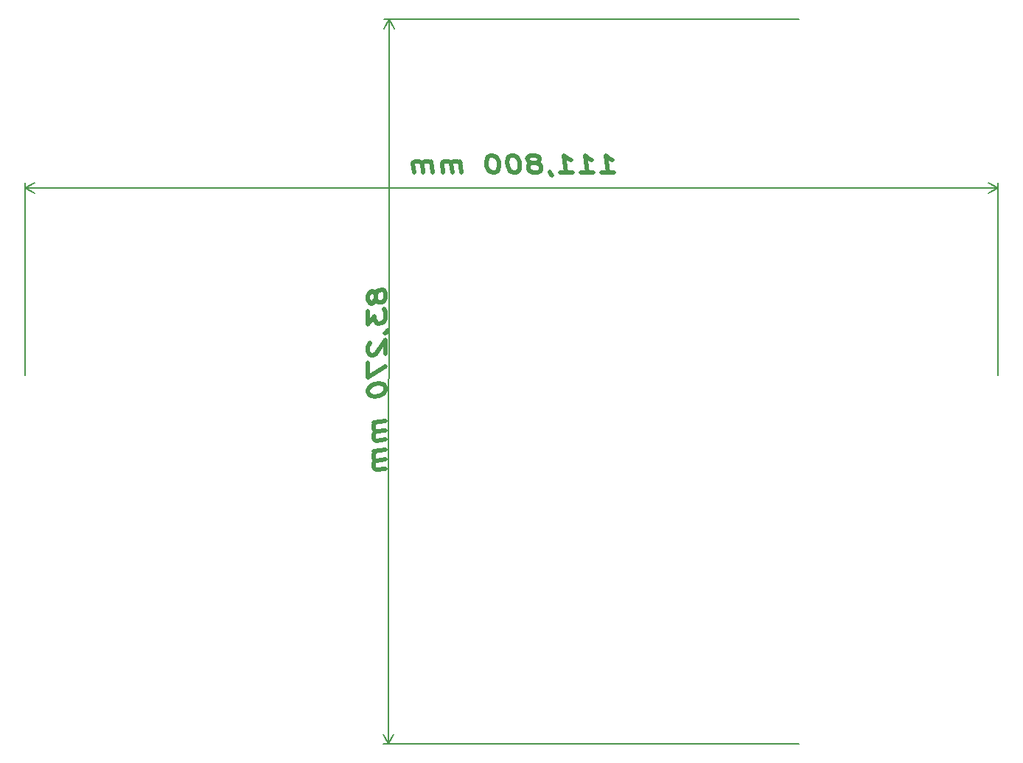
<source format=gbr>
G04 #@! TF.GenerationSoftware,KiCad,Pcbnew,(5.1.5)-3*
G04 #@! TF.CreationDate,2020-09-25T18:54:32-03:00*
G04 #@! TF.ProjectId,Gate_Driver_V2,47617465-5f44-4726-9976-65725f56322e,rev?*
G04 #@! TF.SameCoordinates,Original*
G04 #@! TF.FileFunction,Legend,Bot*
G04 #@! TF.FilePolarity,Positive*
%FSLAX46Y46*%
G04 Gerber Fmt 4.6, Leading zero omitted, Abs format (unit mm)*
G04 Created by KiCad (PCBNEW (5.1.5)-3) date 2020-09-25 18:54:32*
%MOMM*%
%LPD*%
G04 APERTURE LIST*
%ADD10C,0.500000*%
%ADD11C,0.150000*%
G04 APERTURE END LIST*
D10*
X69214982Y-73261626D02*
X69119744Y-73035436D01*
X69024506Y-72928293D01*
X68834030Y-72833055D01*
X68738792Y-72844959D01*
X68548316Y-72987817D01*
X68453078Y-73118769D01*
X68357839Y-73368769D01*
X68357839Y-73844959D01*
X68453078Y-74071150D01*
X68548316Y-74178293D01*
X68738792Y-74273531D01*
X68834030Y-74261626D01*
X69024506Y-74118769D01*
X69119744Y-73987817D01*
X69214982Y-73737817D01*
X69214982Y-73261626D01*
X69310220Y-73011626D01*
X69405458Y-72880674D01*
X69595935Y-72737817D01*
X69976887Y-72690197D01*
X70167363Y-72785436D01*
X70262601Y-72892578D01*
X70357839Y-73118769D01*
X70357839Y-73594959D01*
X70262601Y-73844959D01*
X70167363Y-73975912D01*
X69976887Y-74118769D01*
X69595935Y-74166388D01*
X69405458Y-74071150D01*
X69310220Y-73964007D01*
X69214982Y-73737817D01*
X68357839Y-75154483D02*
X68357839Y-76702102D01*
X69119744Y-75773531D01*
X69119744Y-76130674D01*
X69214982Y-76356864D01*
X69310220Y-76464007D01*
X69500697Y-76559245D01*
X69976887Y-76499721D01*
X70167363Y-76356864D01*
X70262601Y-76225912D01*
X70357839Y-75975912D01*
X70357839Y-75261626D01*
X70262601Y-75035436D01*
X70167363Y-74928293D01*
X70262601Y-77654483D02*
X70357839Y-77642578D01*
X70548316Y-77499721D01*
X70643554Y-77368769D01*
X68548316Y-78821150D02*
X68453078Y-78952102D01*
X68357839Y-79202102D01*
X68357839Y-79797340D01*
X68453078Y-80023531D01*
X68548316Y-80130674D01*
X68738792Y-80225912D01*
X68929268Y-80202102D01*
X69214982Y-80047340D01*
X70357839Y-78475912D01*
X70357839Y-80023531D01*
X68357839Y-81106864D02*
X68357839Y-82773531D01*
X70357839Y-81452102D01*
X68357839Y-84202102D02*
X68357839Y-84440197D01*
X68453078Y-84666388D01*
X68548316Y-84773531D01*
X68738792Y-84868769D01*
X69119744Y-84940197D01*
X69595935Y-84880674D01*
X69976887Y-84714007D01*
X70167363Y-84571150D01*
X70262601Y-84440197D01*
X70357839Y-84190197D01*
X70357839Y-83952102D01*
X70262601Y-83725912D01*
X70167363Y-83618769D01*
X69976887Y-83523531D01*
X69595935Y-83452102D01*
X69119744Y-83511626D01*
X68738792Y-83678293D01*
X68548316Y-83821150D01*
X68453078Y-83952102D01*
X68357839Y-84202102D01*
X70357839Y-87761626D02*
X69024506Y-87928293D01*
X69214982Y-87904483D02*
X69119744Y-88035436D01*
X69024506Y-88285436D01*
X69024506Y-88642578D01*
X69119744Y-88868769D01*
X69310220Y-88964007D01*
X70357839Y-88833055D01*
X69310220Y-88964007D02*
X69119744Y-89106864D01*
X69024506Y-89356864D01*
X69024506Y-89714007D01*
X69119744Y-89940197D01*
X69310220Y-90035436D01*
X70357839Y-89904483D01*
X70357839Y-91094959D02*
X69024506Y-91261626D01*
X69214982Y-91237817D02*
X69119744Y-91368769D01*
X69024506Y-91618769D01*
X69024506Y-91975912D01*
X69119744Y-92202102D01*
X69310220Y-92297340D01*
X70357839Y-92166388D01*
X69310220Y-92297340D02*
X69119744Y-92440197D01*
X69024506Y-92690197D01*
X69024506Y-93047340D01*
X69119744Y-93273531D01*
X69310220Y-93368769D01*
X70357839Y-93237817D01*
D11*
X70778078Y-41581723D02*
X70728078Y-124851723D01*
X117870000Y-41610000D02*
X70191658Y-41581371D01*
X117820000Y-124880000D02*
X70141658Y-124851371D01*
X70728078Y-124851723D02*
X70142334Y-123724867D01*
X70728078Y-124851723D02*
X71315175Y-123725572D01*
X70778078Y-41581723D02*
X70190981Y-42707874D01*
X70778078Y-41581723D02*
X71363822Y-42708579D01*
D10*
X95183188Y-59248837D02*
X96611760Y-59248709D01*
X95897474Y-59248773D02*
X95647295Y-57248795D01*
X95921130Y-57534485D01*
X96183052Y-57724938D01*
X96433060Y-57820154D01*
X92802236Y-59249050D02*
X94230807Y-59248922D01*
X93516522Y-59248986D02*
X93266343Y-57249008D01*
X93540178Y-57534698D01*
X93802100Y-57725151D01*
X94052108Y-57820367D01*
X90421283Y-59249263D02*
X91849855Y-59249135D01*
X91135569Y-59249199D02*
X90885390Y-57249221D01*
X91159225Y-57534911D01*
X91421147Y-57725364D01*
X91671156Y-57820580D01*
X89218894Y-59154132D02*
X89230807Y-59249369D01*
X89373681Y-59439833D01*
X89504642Y-59535059D01*
X87659277Y-58106653D02*
X87885458Y-58011394D01*
X87992593Y-57916147D01*
X88087814Y-57725662D01*
X88075901Y-57630425D01*
X87933026Y-57439962D01*
X87802066Y-57344735D01*
X87552057Y-57249520D01*
X87075867Y-57249562D01*
X86849685Y-57344820D01*
X86742550Y-57440068D01*
X86647329Y-57630553D01*
X86659242Y-57725790D01*
X86802117Y-57916253D01*
X86933078Y-58011480D01*
X87183086Y-58106695D01*
X87659277Y-58106653D01*
X87909285Y-58201869D01*
X88040246Y-58297095D01*
X88183120Y-58487558D01*
X88230773Y-58868506D01*
X88135552Y-59058991D01*
X88028418Y-59154239D01*
X87802236Y-59249497D01*
X87326045Y-59249540D01*
X87076037Y-59154324D01*
X86945076Y-59059098D01*
X86802202Y-58868634D01*
X86754549Y-58487686D01*
X86849770Y-58297201D01*
X86956904Y-58201954D01*
X87183086Y-58106695D01*
X85052057Y-57249743D02*
X84813962Y-57249764D01*
X84587780Y-57345023D01*
X84480645Y-57440270D01*
X84385424Y-57630755D01*
X84314030Y-58011714D01*
X84373596Y-58487899D01*
X84540297Y-58868837D01*
X84683171Y-59059300D01*
X84814132Y-59154526D01*
X85064141Y-59249742D01*
X85302236Y-59249721D01*
X85528418Y-59154462D01*
X85635552Y-59059215D01*
X85730773Y-58868730D01*
X85802168Y-58487771D01*
X85742601Y-58011586D01*
X85575901Y-57630649D01*
X85433026Y-57440185D01*
X85302066Y-57344959D01*
X85052057Y-57249743D01*
X82671105Y-57249956D02*
X82433009Y-57249977D01*
X82206827Y-57345236D01*
X82099693Y-57440483D01*
X82004472Y-57630968D01*
X81933078Y-58011927D01*
X81992644Y-58488112D01*
X82159345Y-58869049D01*
X82302219Y-59059513D01*
X82433180Y-59154739D01*
X82683188Y-59249955D01*
X82921284Y-59249934D01*
X83147465Y-59154675D01*
X83254600Y-59059428D01*
X83349821Y-58868943D01*
X83421215Y-58487984D01*
X83361649Y-58011799D01*
X83194948Y-57630862D01*
X83052074Y-57440398D01*
X82921113Y-57345172D01*
X82671105Y-57249956D01*
X79111760Y-59250274D02*
X78944974Y-57916956D01*
X78968800Y-58107430D02*
X78837839Y-58012204D01*
X78587831Y-57916988D01*
X78230688Y-57917020D01*
X78004506Y-58012278D01*
X77909285Y-58202763D01*
X78040331Y-59250370D01*
X77909285Y-58202763D02*
X77766411Y-58012300D01*
X77516402Y-57917084D01*
X77159260Y-57917116D01*
X76933078Y-58012374D01*
X76837857Y-58202859D01*
X76968903Y-59250466D01*
X75778426Y-59250573D02*
X75611640Y-57917254D01*
X75635467Y-58107728D02*
X75504506Y-58012502D01*
X75254498Y-57917286D01*
X74897355Y-57917318D01*
X74671173Y-58012576D01*
X74575952Y-58203061D01*
X74706998Y-59250668D01*
X74575952Y-58203061D02*
X74433078Y-58012598D01*
X74183069Y-57917382D01*
X73825926Y-57917414D01*
X73599744Y-58012672D01*
X73504523Y-58203157D01*
X73635569Y-59250764D01*
D11*
X140748077Y-60990000D02*
X28948077Y-61000000D01*
X140750000Y-82490000D02*
X140748024Y-60403579D01*
X28950000Y-82500000D02*
X28948024Y-60413579D01*
X28948077Y-61000000D02*
X30074528Y-60413479D01*
X28948077Y-61000000D02*
X30074633Y-61586320D01*
X140748077Y-60990000D02*
X139621521Y-60403680D01*
X140748077Y-60990000D02*
X139621626Y-61576521D01*
M02*

</source>
